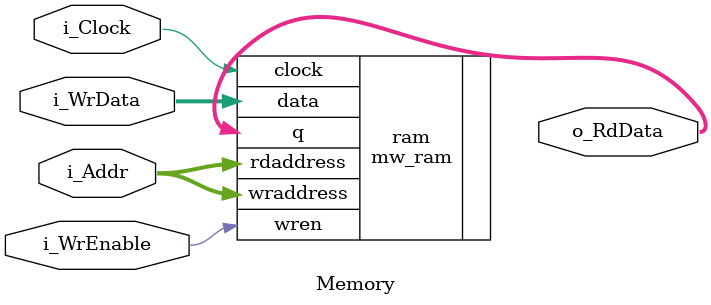
<source format=sv>
module Memory
#(
    parameter DATA_WIDTH = 32,
    parameter ADDR_WIDTH = 32)
(
    input                         i_Clock,
    
    input  logic [ADDR_WIDTH-1:0] i_Addr,
    input  logic                  i_WrEnable,
    input  logic [DATA_WIDTH-1:0] i_WrData,
    output logic [DATA_WIDTH-1:0] o_RdData);
    
    mw_ram ram(
        .clock     (i_Clock),
        .wren      (i_WrEnable),
        .data      (i_WrData),
        .q         (o_RdData),
        .rdaddress (i_Addr),
        .wraddress (i_Addr));

endmodule

</source>
